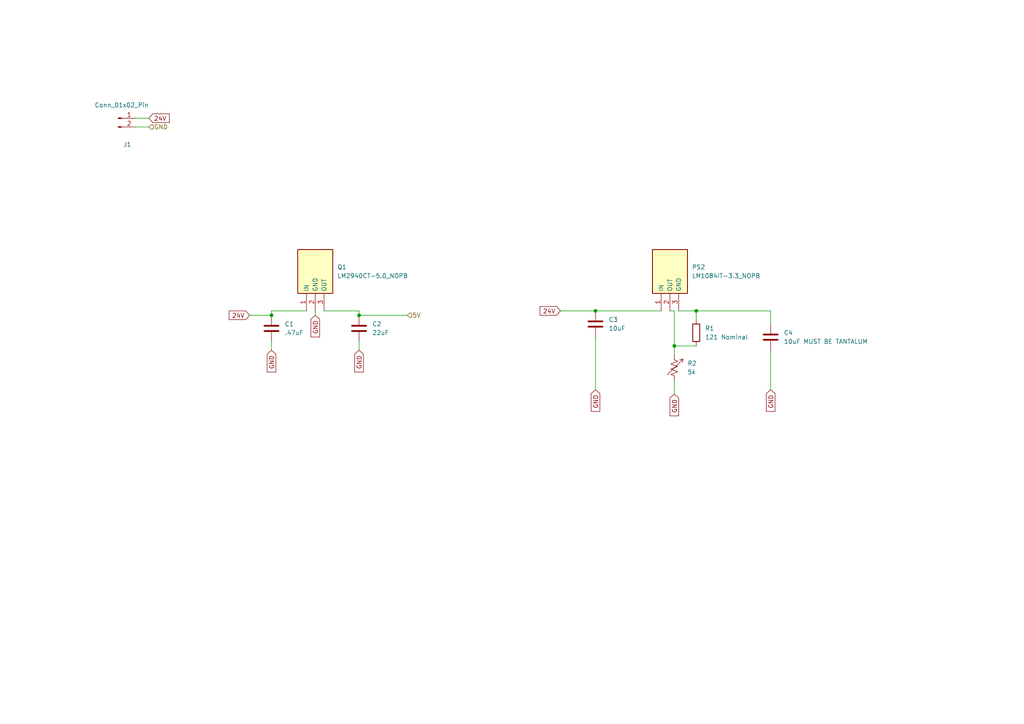
<source format=kicad_sch>
(kicad_sch (version 20230121) (generator eeschema)
  (paper "A4")
  (lib_symbols
    (symbol "Connector:Conn_01x02_Pin" (pin_names (offset 1.016) hide)
      (property "Reference" "J" (at 0 2.54 0))
      (property "Value" "Conn_01x02_Pin" (at 0 -5.08 0))
      (symbol "Conn_01x02_Pin_1_1"
        (polyline (pts (xy 1.27 -2.54) (xy 0.8636 -2.54)) (stroke (width 0.1524)))
        (polyline (pts (xy 1.27 0) (xy 0.8636 0)) (stroke (width 0.1524)))
        (rectangle (start 0.8636 -2.413) (end 0 -2.667) (stroke (width 0.1524)) (fill (type outline)))
        (rectangle (start 0.8636 0.127) (end 0 -0.127) (stroke (width 0.1524)) (fill (type outline)))
        (pin passive line (at 5.08 0 180) (length 3.81) (name "Pin_1") (number "1"))
        (pin passive line (at 5.08 -2.54 180) (length 3.81) (name "Pin_2") (number "2"))
      )
    )
    (symbol "Device:C" (pin_numbers hide) (pin_names (offset 0.254))
      (property "Reference" "C" (at 0.635 2.54 0))
      (property "Value" "C" (at 0.635 -2.54 0))
      (symbol "C_0_1"
        (polyline (pts (xy -2.032 -0.762) (xy 2.032 -0.762)) (stroke (width 0.508)))
        (polyline (pts (xy -2.032 0.762) (xy 2.032 0.762)) (stroke (width 0.508)))
      )
      (symbol "C_1_1"
        (pin passive line (at 0 3.81 270) (length 2.794) (name "~") (number "1"))
        (pin passive line (at 0 -3.81 90) (length 2.794) (name "~") (number "2"))
      )
    )
    (symbol "Device:R" (pin_numbers hide) (pin_names (offset 0))
      (property "Reference" "R" (at 2.032 0 90))
      (property "Value" "R" (at 0 0 90))
      (symbol "R_0_1"
        (rectangle (start -1.016 -2.54) (end 1.016 2.54) (stroke (width 0.254)))
      )
      (symbol "R_1_1"
        (pin passive line (at 0 3.81 270) (length 1.27) (name "~") (number "1"))
        (pin passive line (at 0 -3.81 90) (length 1.27) (name "~") (number "2"))
      )
    )
    (symbol "Device:R_Variable_US" (pin_numbers hide) (pin_names (offset 0))
      (property "Reference" "R" (at 2.54 -2.54 90))
      (property "Value" "R_Variable_US" (at -2.54 -1.27 90))
      (symbol "R_Variable_US_0_1"
        (polyline (pts (xy 0 -2.286) (xy 0 -2.54)))
        (polyline (pts (xy 0 2.286) (xy 0 2.54)))
        (polyline (pts (xy 0 -0.762) (xy 1.016 -1.143) (xy 0 -1.524) (xy -1.016 -1.905) (xy 0 -2.286)))
        (polyline (pts (xy 0 0.762) (xy 1.016 0.381) (xy 0 0) (xy -1.016 -0.381) (xy 0 -0.762)))
        (polyline (pts (xy 0 2.286) (xy 1.016 1.905) (xy 0 1.524) (xy -1.016 1.143) (xy 0 0.762)) (stroke (width 0.1524)))
        (polyline (pts (xy 2.286 1.524) (xy 2.54 2.54) (xy 1.524 2.286) (xy 2.54 2.54) (xy -2.032 -2.032)) (stroke (width 0.1524)))
      )
      (symbol "R_Variable_US_1_1"
        (pin passive line (at 0 3.81 270) (length 1.27) (name "~") (number "1"))
        (pin passive line (at 0 -3.81 90) (length 1.27) (name "~") (number "2"))
      )
    )
    (symbol "LM1084IT-3.3NOPB:LM1084IT-3.3_NOPB"
      (property "Reference" "PS" (at 19.05 7.62 0))
      (property "Value" "LM1084IT-3.3_NOPB" (at 19.05 5.08 0))
      (symbol "LM1084IT-3.3_NOPB_1_1"
        (rectangle (start 5.08 2.54) (end 17.78 -7.62) (stroke (width 0.254)) (fill (type background)))
        (pin input line (at 0 0 0) (length 5.08) (name "IN") (number "1"))
        (pin output line (at 0 -2.54 0) (length 5.08) (name "OUT") (number "2"))
        (pin power_in line (at 0 -5.08 0) (length 5.08) (name "GND") (number "3"))
      )
    )
    (symbol "LM2940CT-5.0/NOPB:LM2940CT-5.0_NOPB"
      (property "Reference" "Q" (at 19.05 7.62 0))
      (property "Value" "LM2940CT-5.0_NOPB" (at 19.05 5.08 0))
      (symbol "LM2940CT-5.0_NOPB_1_1"
        (rectangle (start 5.08 2.54) (end 17.78 -7.62) (stroke (width 0.254)) (fill (type background)))
        (pin passive line (at 0 0 0) (length 5.08) (name "IN") (number "1"))
        (pin passive line (at 0 -2.54 0) (length 5.08) (name "GND") (number "2"))
        (pin passive line (at 0 -5.08 0) (length 5.08) (name "OUT") (number "3"))
      )
    )
  )
  (junction (at 78.74 91.44))
  (junction (at 195.58 100.33))
  (junction (at 104.14 91.44))
  (junction (at 201.93 90.17))
  (junction (at 172.72 90.17))
  (wire (pts (xy 72.39 91.44) (xy 78.74 91.44)))
  (wire (pts (xy 223.52 90.17) (xy 223.52 93.98)))
  (wire (pts (xy 88.9 90.17) (xy 78.74 90.17)))
  (wire (pts (xy 172.72 90.17) (xy 191.77 90.17)))
  (wire (pts (xy 104.14 91.44) (xy 118.11 91.44)))
  (wire (pts (xy 195.58 100.33) (xy 201.93 100.33)))
  (wire (pts (xy 195.58 102.87) (xy 195.58 100.33)))
  (wire (pts (xy 162.56 90.17) (xy 172.72 90.17)))
  (wire (pts (xy 104.14 99.06) (xy 104.14 101.6)))
  (wire (pts (xy 39.37 34.29) (xy 43.18 34.29)))
  (wire (pts (xy 195.58 110.49) (xy 195.58 114.3)))
  (wire (pts (xy 196.85 90.17) (xy 201.93 90.17)))
  (wire (pts (xy 201.93 90.17) (xy 201.93 92.71)))
  (wire (pts (xy 172.72 97.79) (xy 172.72 113.03)))
  (wire (pts (xy 195.58 100.33) (xy 195.58 90.17)))
  (wire (pts (xy 39.37 36.83) (xy 43.18 36.83)))
  (wire (pts (xy 93.98 90.17) (xy 104.14 90.17)))
  (wire (pts (xy 91.44 91.44) (xy 91.44 90.17)))
  (wire (pts (xy 78.74 99.06) (xy 78.74 101.6)))
  (wire (pts (xy 223.52 101.6) (xy 223.52 113.03)))
  (wire (pts (xy 104.14 90.17) (xy 104.14 91.44)))
  (wire (pts (xy 78.74 90.17) (xy 78.74 91.44)))
  (wire (pts (xy 195.58 90.17) (xy 194.31 90.17)))
  (wire (pts (xy 201.93 90.17) (xy 223.52 90.17)))
  (global_label "24V" (shape input) (at 72.39 91.44 180) (property "Intersheetrefs" "${INTERSHEET_REFS}" (effects hide)))
  (global_label "24V" (shape input) (at 162.56 90.17 180) (property "Intersheetrefs" "${INTERSHEET_REFS}" (effects hide)))
  (global_label "GND" (shape input) (at 172.72 113.03 270) (property "Intersheetrefs" "${INTERSHEET_REFS}" (effects hide)))
  (global_label "GND" (shape input) (at 104.14 101.6 270) (property "Intersheetrefs" "${INTERSHEET_REFS}" (effects hide)))
  (global_label "GND" (shape input) (at 223.52 113.03 270) (property "Intersheetrefs" "${INTERSHEET_REFS}" (effects hide)))
  (global_label "24V" (shape input) (at 43.18 34.29 0) (property "Intersheetrefs" "${INTERSHEET_REFS}" (effects hide)))
  (global_label "GND" (shape input) (at 78.74 101.6 270) (property "Intersheetrefs" "${INTERSHEET_REFS}" (effects hide)))
  (global_label "GND" (shape input) (at 91.44 91.44 270) (property "Intersheetrefs" "${INTERSHEET_REFS}" (effects hide)))
  (global_label "GND" (shape input) (at 195.58 114.3 270) (property "Intersheetrefs" "${INTERSHEET_REFS}" (effects hide)))
  (hierarchical_label "GND" (shape input) (at 43.18 36.83 0))
  (hierarchical_label "5V" (shape input) (at 118.11 91.44 0))
  (symbol (lib_id "LM2940CT-5.0/NOPB:LM2940CT-5.0_NOPB") (at 88.9 90.17 90) (unit 1)
    (property "Reference" "Q1" (at 97.79 77.47 90) (effects (justify right)))
    (property "Value" "LM2940CT-5.0_NOPB" (at 97.79 80.01 90) (effects (justify right)))
    (property "Footprint" "TO254P470X1028X1955-3P" (effects hide))
    (property "Datasheet" "http://www.ti.com/lit/ds/symlink/lm2940c.pdf" (effects hide))
    (property "Height" "4.7" (effects hide))
    (property "Mouser Part Number" "926-LM2940CT-5.0NOPB" (effects hide))
    (property "Mouser Price/Stock" "https://www.mouser.co.uk/ProductDetail/Texas-Instruments/LM2940CT-5.0-NOPB?qs=X1J7HmVL2ZHd4yipOGCVKg%3D%3D" (effects hide))
    (property "Manufacturer_Name" "Texas Instruments" (effects hide))
    (property "Manufacturer_Part_Number" "LM2940CT-5.0/NOPB" (effects hide))
  )
  (symbol (lib_id "Device:C") (at 223.52 97.79 0) (unit 1)
    (property "Reference" "C4" (at 227.33 96.52 0) (effects (justify left)))
    (property "Value" "10uF MUST BE TANTALUM" (at 227.33 99.06 0) (effects (justify left)))
  )
  (symbol (lib_id "Device:C") (at 104.14 95.25 0) (unit 1)
    (property "Reference" "C2" (at 107.95 93.98 0) (effects (justify left)))
    (property "Value" "22uF" (at 107.95 96.52 0) (effects (justify left)))
    (property "Footprint" "Capacitor_THT:CP_Radial_D5.0mm_P2.00mm" (effects hide))
  )
  (symbol (lib_id "Device:C") (at 172.72 93.98 0) (unit 1)
    (property "Reference" "C3" (at 176.53 92.71 0) (effects (justify left)))
    (property "Value" "10uF" (at 176.53 95.25 0) (effects (justify left)))
  )
  (symbol (lib_id "Connector:Conn_01x02_Pin") (at 34.29 34.29 0) (unit 1)
    (property "Reference" "J1" (at 38.1 41.91 0) (effects (justify right)))
    (property "Value" "Conn_01x02_Pin" (at 43.18 30.48 0) (effects (justify right)))
    (property "Footprint" "XT30:XT30UPB-M" (effects hide))
  )
  (symbol (lib_id "Device:C") (at 78.74 95.25 0) (unit 1)
    (property "Reference" "C1" (at 82.55 93.98 0) (effects (justify left)))
    (property "Value" ".47uF" (at 82.55 96.52 0) (effects (justify left)))
    (property "Footprint" "Capacitor_THT:CP_Radial_D5.0mm_P2.00mm" (effects hide))
  )
  (symbol (lib_id "LM1084IT-3.3NOPB:LM1084IT-3.3_NOPB") (at 191.77 90.17 90) (unit 1)
    (property "Reference" "PS2" (at 200.66 77.47 90) (effects (justify right)))
    (property "Value" "LM1084IT-3.3_NOPB" (at 200.66 80.01 90) (effects (justify right)))
    (property "Footprint" "TO254P470X1028X1955-3P" (effects hide))
    (property "Height" "4.7" (effects hide))
    (property "Mouser Part Number" "926-LM1084IT-3.3NOPB" (effects hide))
    (property "Mouser Price/Stock" "https://www.mouser.co.uk/ProductDetail/Texas-Instruments/LM1084IT-3.3-NOPB?qs=X1J7HmVL2ZH4e8i30AZoWw%3D%3D" (effects hide))
    (property "Manufacturer_Name" "Texas Instruments" (effects hide))
    (property "Manufacturer_Part_Number" "LM1084IT-3.3/NOPB" (effects hide))
  )
  (symbol (lib_id "Device:R_Variable_US") (at 195.58 106.68 0) (unit 1)
    (property "Reference" "R2" (at 199.39 105.3719 0) (effects (justify left)))
    (property "Value" "5k" (at 199.39 107.9119 0) (effects (justify left)))
  )
  (symbol (lib_id "Device:R") (at 201.93 96.52 0) (unit 1)
    (property "Reference" "R1" (at 204.47 95.25 0) (effects (justify left)))
    (property "Value" "121 Nominal" (at 204.47 97.79 0) (effects (justify left)))
  )
)
</source>
